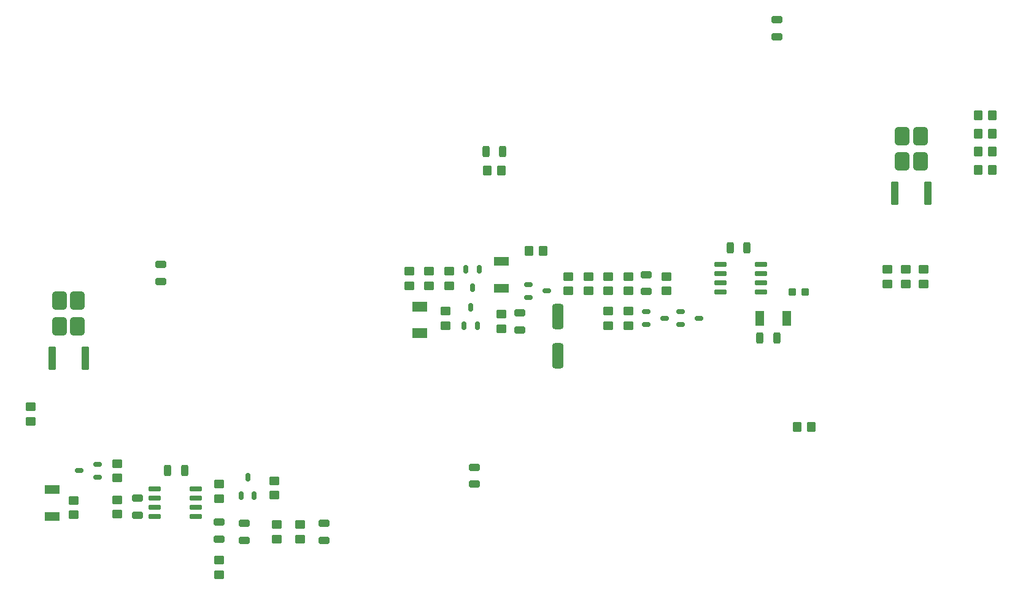
<source format=gtp>
G04*
G04 #@! TF.GenerationSoftware,Altium Limited,Altium Designer,23.6.0 (18)*
G04*
G04 Layer_Color=8421504*
%FSLAX44Y44*%
%MOMM*%
G71*
G04*
G04 #@! TF.SameCoordinates,E2970A9F-EEAD-49D2-9432-5F25BFD95917*
G04*
G04*
G04 #@! TF.FilePolarity,Positive*
G04*
G01*
G75*
G04:AMPARAMS|DCode=17|XSize=2.5mm|YSize=2mm|CornerRadius=0.4mm|HoleSize=0mm|Usage=FLASHONLY|Rotation=270.000|XOffset=0mm|YOffset=0mm|HoleType=Round|Shape=RoundedRectangle|*
%AMROUNDEDRECTD17*
21,1,2.5000,1.2000,0,0,270.0*
21,1,1.7000,2.0000,0,0,270.0*
1,1,0.8000,-0.6000,-0.8500*
1,1,0.8000,-0.6000,0.8500*
1,1,0.8000,0.6000,0.8500*
1,1,0.8000,0.6000,-0.8500*
%
%ADD17ROUNDEDRECTD17*%
%ADD18R,1.2500X2.0000*%
G04:AMPARAMS|DCode=19|XSize=0.65mm|YSize=1.65mm|CornerRadius=0.0488mm|HoleSize=0mm|Usage=FLASHONLY|Rotation=90.000|XOffset=0mm|YOffset=0mm|HoleType=Round|Shape=RoundedRectangle|*
%AMROUNDEDRECTD19*
21,1,0.6500,1.5525,0,0,90.0*
21,1,0.5525,1.6500,0,0,90.0*
1,1,0.0975,0.7763,0.2763*
1,1,0.0975,0.7763,-0.2763*
1,1,0.0975,-0.7763,-0.2763*
1,1,0.0975,-0.7763,0.2763*
%
%ADD19ROUNDEDRECTD19*%
G04:AMPARAMS|DCode=20|XSize=0.65mm|YSize=1.15mm|CornerRadius=0.1625mm|HoleSize=0mm|Usage=FLASHONLY|Rotation=0.000|XOffset=0mm|YOffset=0mm|HoleType=Round|Shape=RoundedRectangle|*
%AMROUNDEDRECTD20*
21,1,0.6500,0.8250,0,0,0.0*
21,1,0.3250,1.1500,0,0,0.0*
1,1,0.3250,0.1625,-0.4125*
1,1,0.3250,-0.1625,-0.4125*
1,1,0.3250,-0.1625,0.4125*
1,1,0.3250,0.1625,0.4125*
%
%ADD20ROUNDEDRECTD20*%
G04:AMPARAMS|DCode=21|XSize=1.6mm|YSize=3.5mm|CornerRadius=0.4mm|HoleSize=0mm|Usage=FLASHONLY|Rotation=180.000|XOffset=0mm|YOffset=0mm|HoleType=Round|Shape=RoundedRectangle|*
%AMROUNDEDRECTD21*
21,1,1.6000,2.7000,0,0,180.0*
21,1,0.8000,3.5000,0,0,180.0*
1,1,0.8000,-0.4000,1.3500*
1,1,0.8000,0.4000,1.3500*
1,1,0.8000,0.4000,-1.3500*
1,1,0.8000,-0.4000,-1.3500*
%
%ADD21ROUNDEDRECTD21*%
%ADD22R,2.0300X1.4000*%
%ADD23R,2.0000X1.2500*%
G04:AMPARAMS|DCode=24|XSize=1.55mm|YSize=0.95mm|CornerRadius=0.2375mm|HoleSize=0mm|Usage=FLASHONLY|Rotation=90.000|XOffset=0mm|YOffset=0mm|HoleType=Round|Shape=RoundedRectangle|*
%AMROUNDEDRECTD24*
21,1,1.5500,0.4750,0,0,90.0*
21,1,1.0750,0.9500,0,0,90.0*
1,1,0.4750,0.2375,0.5375*
1,1,0.4750,0.2375,-0.5375*
1,1,0.4750,-0.2375,-0.5375*
1,1,0.4750,-0.2375,0.5375*
%
%ADD24ROUNDEDRECTD24*%
G04:AMPARAMS|DCode=25|XSize=1.55mm|YSize=0.95mm|CornerRadius=0.2375mm|HoleSize=0mm|Usage=FLASHONLY|Rotation=180.000|XOffset=0mm|YOffset=0mm|HoleType=Round|Shape=RoundedRectangle|*
%AMROUNDEDRECTD25*
21,1,1.5500,0.4750,0,0,180.0*
21,1,1.0750,0.9500,0,0,180.0*
1,1,0.4750,-0.5375,0.2375*
1,1,0.4750,0.5375,0.2375*
1,1,0.4750,0.5375,-0.2375*
1,1,0.4750,-0.5375,-0.2375*
%
%ADD25ROUNDEDRECTD25*%
G04:AMPARAMS|DCode=26|XSize=1.05mm|YSize=1.1mm|CornerRadius=0.2625mm|HoleSize=0mm|Usage=FLASHONLY|Rotation=270.000|XOffset=0mm|YOffset=0mm|HoleType=Round|Shape=RoundedRectangle|*
%AMROUNDEDRECTD26*
21,1,1.0500,0.5750,0,0,270.0*
21,1,0.5250,1.1000,0,0,270.0*
1,1,0.5250,-0.2875,-0.2625*
1,1,0.5250,-0.2875,0.2625*
1,1,0.5250,0.2875,0.2625*
1,1,0.5250,0.2875,-0.2625*
%
%ADD26ROUNDEDRECTD26*%
G04:AMPARAMS|DCode=27|XSize=1.05mm|YSize=3.3mm|CornerRadius=0.2625mm|HoleSize=0mm|Usage=FLASHONLY|Rotation=180.000|XOffset=0mm|YOffset=0mm|HoleType=Round|Shape=RoundedRectangle|*
%AMROUNDEDRECTD27*
21,1,1.0500,2.7750,0,0,180.0*
21,1,0.5250,3.3000,0,0,180.0*
1,1,0.5250,-0.2625,1.3875*
1,1,0.5250,0.2625,1.3875*
1,1,0.5250,0.2625,-1.3875*
1,1,0.5250,-0.2625,-1.3875*
%
%ADD27ROUNDEDRECTD27*%
G04:AMPARAMS|DCode=28|XSize=0.65mm|YSize=1.15mm|CornerRadius=0.1625mm|HoleSize=0mm|Usage=FLASHONLY|Rotation=90.000|XOffset=0mm|YOffset=0mm|HoleType=Round|Shape=RoundedRectangle|*
%AMROUNDEDRECTD28*
21,1,0.6500,0.8250,0,0,90.0*
21,1,0.3250,1.1500,0,0,90.0*
1,1,0.3250,0.4125,0.1625*
1,1,0.3250,0.4125,-0.1625*
1,1,0.3250,-0.4125,-0.1625*
1,1,0.3250,-0.4125,0.1625*
%
%ADD28ROUNDEDRECTD28*%
G04:AMPARAMS|DCode=29|XSize=1.4mm|YSize=1.2mm|CornerRadius=0.15mm|HoleSize=0mm|Usage=FLASHONLY|Rotation=90.000|XOffset=0mm|YOffset=0mm|HoleType=Round|Shape=RoundedRectangle|*
%AMROUNDEDRECTD29*
21,1,1.4000,0.9000,0,0,90.0*
21,1,1.1000,1.2000,0,0,90.0*
1,1,0.3000,0.4500,0.5500*
1,1,0.3000,0.4500,-0.5500*
1,1,0.3000,-0.4500,-0.5500*
1,1,0.3000,-0.4500,0.5500*
%
%ADD29ROUNDEDRECTD29*%
G04:AMPARAMS|DCode=30|XSize=1.4mm|YSize=1.2mm|CornerRadius=0.15mm|HoleSize=0mm|Usage=FLASHONLY|Rotation=180.000|XOffset=0mm|YOffset=0mm|HoleType=Round|Shape=RoundedRectangle|*
%AMROUNDEDRECTD30*
21,1,1.4000,0.9000,0,0,180.0*
21,1,1.1000,1.2000,0,0,180.0*
1,1,0.3000,-0.5500,0.4500*
1,1,0.3000,0.5500,0.4500*
1,1,0.3000,0.5500,-0.4500*
1,1,0.3000,-0.5500,-0.4500*
%
%ADD30ROUNDEDRECTD30*%
D17*
X80072Y444000D02*
D03*
Y479000D02*
D03*
X105072Y444000D02*
D03*
Y479000D02*
D03*
X1242800Y706500D02*
D03*
Y671500D02*
D03*
X1267800Y706500D02*
D03*
Y671500D02*
D03*
D18*
X1083750Y455000D02*
D03*
X1046250D02*
D03*
D19*
X991750Y529050D02*
D03*
Y516350D02*
D03*
Y503650D02*
D03*
Y490950D02*
D03*
X1048250Y529050D02*
D03*
Y516350D02*
D03*
Y503650D02*
D03*
Y490950D02*
D03*
X268250Y180950D02*
D03*
Y193650D02*
D03*
Y206350D02*
D03*
Y219050D02*
D03*
X211750Y180950D02*
D03*
Y193650D02*
D03*
Y206350D02*
D03*
Y219050D02*
D03*
D20*
X659000Y522750D02*
D03*
X641000D02*
D03*
X650000Y497250D02*
D03*
X656500Y444750D02*
D03*
X638500D02*
D03*
X647500Y470250D02*
D03*
X331000Y209750D02*
D03*
X349000D02*
D03*
X340000Y235250D02*
D03*
D21*
X767500Y457000D02*
D03*
Y403000D02*
D03*
D22*
X577500Y434100D02*
D03*
Y470900D02*
D03*
D23*
X690000Y496250D02*
D03*
Y533750D02*
D03*
X70000Y181250D02*
D03*
Y218750D02*
D03*
D24*
X668250Y685000D02*
D03*
X691750D02*
D03*
X1028750Y552500D02*
D03*
X1005250D02*
D03*
X1046250Y427500D02*
D03*
X1069750D02*
D03*
X229284Y244404D02*
D03*
X252784D02*
D03*
D25*
X220000Y505750D02*
D03*
Y529250D02*
D03*
X652324Y225750D02*
D03*
Y249250D02*
D03*
X1070000Y843250D02*
D03*
Y866750D02*
D03*
X445000Y148250D02*
D03*
Y171750D02*
D03*
X715000Y438750D02*
D03*
Y462250D02*
D03*
X889500Y491700D02*
D03*
Y515200D02*
D03*
X187500Y182850D02*
D03*
Y206350D02*
D03*
X300000Y150000D02*
D03*
Y173500D02*
D03*
X335250Y148250D02*
D03*
Y171750D02*
D03*
D26*
X1091000Y490950D02*
D03*
X1109000D02*
D03*
D27*
X69772Y400000D02*
D03*
X115372D02*
D03*
X1232500Y627500D02*
D03*
X1278100D02*
D03*
D28*
X937250Y464000D02*
D03*
Y446000D02*
D03*
X962750Y455000D02*
D03*
X889500Y464000D02*
D03*
Y446000D02*
D03*
X915000Y455000D02*
D03*
X107250Y244404D02*
D03*
X132750Y235404D02*
D03*
Y253404D02*
D03*
X727250Y501500D02*
D03*
Y483500D02*
D03*
X752750Y492500D02*
D03*
D29*
X670000Y658598D02*
D03*
X690000D02*
D03*
X1347500Y735000D02*
D03*
X1367500D02*
D03*
X1097500Y305000D02*
D03*
X1117500D02*
D03*
X1347500Y710000D02*
D03*
X1367500D02*
D03*
X1347500Y685000D02*
D03*
X1367500D02*
D03*
X1347500Y660000D02*
D03*
X1367500D02*
D03*
X727500Y547500D02*
D03*
X747500D02*
D03*
D30*
X40000Y332500D02*
D03*
Y312500D02*
D03*
X1247500Y522500D02*
D03*
Y502500D02*
D03*
X1272500Y522500D02*
D03*
Y502500D02*
D03*
X1222500D02*
D03*
Y522500D02*
D03*
X562500Y520000D02*
D03*
Y500000D02*
D03*
X590000D02*
D03*
Y520000D02*
D03*
X837500Y492500D02*
D03*
Y512500D02*
D03*
X865000D02*
D03*
Y492500D02*
D03*
X617500Y520000D02*
D03*
Y500000D02*
D03*
X810000Y492500D02*
D03*
Y512500D02*
D03*
X917500Y492500D02*
D03*
Y512500D02*
D03*
X782500D02*
D03*
Y492500D02*
D03*
X690000Y460500D02*
D03*
Y440500D02*
D03*
X865000Y465000D02*
D03*
Y445000D02*
D03*
X612500D02*
D03*
Y465000D02*
D03*
X837500Y444750D02*
D03*
Y464750D02*
D03*
X380000Y170000D02*
D03*
Y150000D02*
D03*
X100000Y203650D02*
D03*
Y183650D02*
D03*
X160000Y234404D02*
D03*
Y254404D02*
D03*
X376874Y230800D02*
D03*
Y210800D02*
D03*
X300000Y100800D02*
D03*
Y120800D02*
D03*
Y226204D02*
D03*
Y206204D02*
D03*
X412424Y150000D02*
D03*
Y170000D02*
D03*
X160000Y184404D02*
D03*
Y204404D02*
D03*
M02*

</source>
